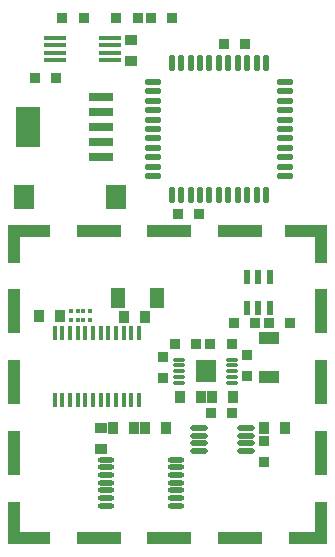
<source format=gtp>
G04 Layer_Color=8421504*
%FSLAX24Y24*%
%MOIN*%
G70*
G01*
G75*
%ADD10R,0.0354X0.0354*%
%ADD11R,0.0453X0.0709*%
%ADD12R,0.0374X0.0394*%
%ADD13O,0.0591X0.0177*%
%ADD14R,0.0354X0.0354*%
%ADD15R,0.0177X0.0177*%
%ADD16R,0.0118X0.0177*%
%ADD17O,0.0157X0.0472*%
%ADD18O,0.0217X0.0571*%
%ADD19O,0.0571X0.0217*%
%ADD20O,0.0768X0.0157*%
%ADD21O,0.0551X0.0177*%
%ADD22R,0.0661X0.0740*%
%ADD23O,0.0433X0.0120*%
%ADD24R,0.0846X0.0276*%
%ADD25R,0.0846X0.1358*%
%ADD26R,0.0709X0.0787*%
%ADD27R,0.0394X0.0374*%
%ADD28R,0.0669X0.0433*%
%ADD29R,0.0244X0.0480*%
%ADD30R,0.0394X0.1496*%
%ADD31R,0.1406X0.0394*%
%ADD32R,0.0394X0.1406*%
%ADD33R,0.0394X0.1276*%
%ADD34R,0.1276X0.0394*%
%ADD35R,0.1496X0.0394*%
D10*
X17638Y27087D02*
D03*
X18346D02*
D03*
X17913Y14803D02*
D03*
X17205D02*
D03*
X16102Y21417D02*
D03*
X16811D02*
D03*
X12954Y27950D02*
D03*
X12246D02*
D03*
X15906Y27953D02*
D03*
X15197D02*
D03*
X12048Y25952D02*
D03*
X11339D02*
D03*
X14754Y27950D02*
D03*
X14046D02*
D03*
X17180Y17087D02*
D03*
X17889D02*
D03*
X16708D02*
D03*
X15999D02*
D03*
X19843Y17795D02*
D03*
X19134D02*
D03*
X17953D02*
D03*
X18661D02*
D03*
D11*
X15413Y18622D02*
D03*
X14114D02*
D03*
D12*
X19666Y14289D02*
D03*
X18957D02*
D03*
X11464Y18040D02*
D03*
X12173D02*
D03*
X17220Y15315D02*
D03*
X17928D02*
D03*
X16865D02*
D03*
X16157D02*
D03*
X14646Y14291D02*
D03*
X13937D02*
D03*
X15000Y17992D02*
D03*
X14291D02*
D03*
X15709Y14291D02*
D03*
X15000D02*
D03*
D13*
X16784Y14293D02*
D03*
Y14037D02*
D03*
Y13781D02*
D03*
Y13525D02*
D03*
X18379Y14293D02*
D03*
Y14037D02*
D03*
Y13781D02*
D03*
Y13525D02*
D03*
D14*
X18952Y13165D02*
D03*
Y13873D02*
D03*
X15608Y15965D02*
D03*
Y16673D02*
D03*
X18401Y16022D02*
D03*
Y16730D02*
D03*
D15*
X12539Y18200D02*
D03*
X13169D02*
D03*
Y17875D02*
D03*
X12539D02*
D03*
D16*
X12949Y18200D02*
D03*
X12759D02*
D03*
Y17875D02*
D03*
X12949D02*
D03*
D17*
X14806Y17452D02*
D03*
X14550D02*
D03*
X14294D02*
D03*
X14039D02*
D03*
X13783D02*
D03*
X13527D02*
D03*
X13271D02*
D03*
X13015D02*
D03*
X12759D02*
D03*
X12503D02*
D03*
X12247D02*
D03*
X11991D02*
D03*
X14806Y15207D02*
D03*
X14550D02*
D03*
X14294D02*
D03*
X14039D02*
D03*
X13783D02*
D03*
X13527D02*
D03*
X13271D02*
D03*
X13015D02*
D03*
X12759D02*
D03*
X12503D02*
D03*
X12247D02*
D03*
X11991D02*
D03*
D18*
X15887Y22053D02*
D03*
X16202D02*
D03*
X16517D02*
D03*
X16832D02*
D03*
X17147D02*
D03*
X17462D02*
D03*
X17777D02*
D03*
X18092D02*
D03*
X18407D02*
D03*
X18722D02*
D03*
X19037D02*
D03*
Y26463D02*
D03*
X18722D02*
D03*
X18407D02*
D03*
X18092D02*
D03*
X17777D02*
D03*
X17462D02*
D03*
X17147D02*
D03*
X16832D02*
D03*
X16517D02*
D03*
X16202D02*
D03*
X15887D02*
D03*
D19*
X19666Y22683D02*
D03*
Y22998D02*
D03*
Y23313D02*
D03*
Y23628D02*
D03*
Y23943D02*
D03*
Y24258D02*
D03*
Y24573D02*
D03*
Y24888D02*
D03*
Y25203D02*
D03*
Y25518D02*
D03*
Y25833D02*
D03*
X15257D02*
D03*
Y25518D02*
D03*
Y25203D02*
D03*
Y24888D02*
D03*
Y24573D02*
D03*
Y24258D02*
D03*
Y23943D02*
D03*
Y23628D02*
D03*
Y23313D02*
D03*
Y22998D02*
D03*
Y22683D02*
D03*
D20*
X13841Y26544D02*
D03*
Y26794D02*
D03*
Y27044D02*
D03*
Y27294D02*
D03*
X12010Y26544D02*
D03*
Y26794D02*
D03*
Y27044D02*
D03*
Y27294D02*
D03*
D21*
X13698Y13238D02*
D03*
Y12982D02*
D03*
Y12726D02*
D03*
Y12470D02*
D03*
Y12215D02*
D03*
Y11959D02*
D03*
Y11703D02*
D03*
X16021Y13238D02*
D03*
Y12982D02*
D03*
Y12726D02*
D03*
Y12470D02*
D03*
Y12215D02*
D03*
Y11959D02*
D03*
Y11703D02*
D03*
D22*
X17018Y16179D02*
D03*
D23*
X16132Y16573D02*
D03*
Y16376D02*
D03*
Y16179D02*
D03*
Y15982D02*
D03*
Y15785D02*
D03*
X17904Y16573D02*
D03*
Y16376D02*
D03*
Y16179D02*
D03*
Y15982D02*
D03*
Y15785D02*
D03*
D24*
X13546Y23311D02*
D03*
Y23813D02*
D03*
Y24315D02*
D03*
Y24827D02*
D03*
Y25329D02*
D03*
D25*
X11105Y24335D02*
D03*
D26*
X10955Y21978D02*
D03*
X14026D02*
D03*
D27*
X14536Y26531D02*
D03*
Y27239D02*
D03*
X13543Y14291D02*
D03*
Y13583D02*
D03*
D28*
X19134Y17303D02*
D03*
Y16004D02*
D03*
D29*
X18406Y18303D02*
D03*
Y19335D02*
D03*
X18780D02*
D03*
Y18303D02*
D03*
X19154Y19335D02*
D03*
Y18303D02*
D03*
D30*
X10630Y13453D02*
D03*
Y15815D02*
D03*
Y18177D02*
D03*
X20870D02*
D03*
Y15815D02*
D03*
Y13453D02*
D03*
D31*
X11136Y10630D02*
D03*
Y20870D02*
D03*
X20364D02*
D03*
D32*
X10630Y11136D02*
D03*
X20870D02*
D03*
D33*
X10630Y20429D02*
D03*
X20870D02*
D03*
D34*
X20429Y10630D02*
D03*
D35*
X18177D02*
D03*
X15815D02*
D03*
X13453D02*
D03*
Y20870D02*
D03*
X15815D02*
D03*
X18177D02*
D03*
M02*

</source>
